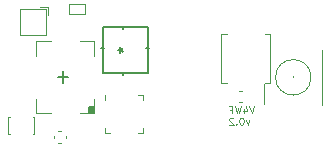
<source format=gbr>
%TF.GenerationSoftware,KiCad,Pcbnew,(7.0.0)*%
%TF.CreationDate,2023-08-10T15:11:27-07:00*%
%TF.ProjectId,Miniscope-v4-Wire-Free,4d696e69-7363-46f7-9065-2d76342d5769,rev?*%
%TF.SameCoordinates,Original*%
%TF.FileFunction,Legend,Bot*%
%TF.FilePolarity,Positive*%
%FSLAX46Y46*%
G04 Gerber Fmt 4.6, Leading zero omitted, Abs format (unit mm)*
G04 Created by KiCad (PCBNEW (7.0.0)) date 2023-08-10 15:11:27*
%MOMM*%
%LPD*%
G01*
G04 APERTURE LIST*
%ADD10C,0.120000*%
%ADD11C,0.080000*%
%ADD12C,0.150000*%
%ADD13C,0.100000*%
%ADD14C,0.152400*%
G04 APERTURE END LIST*
D10*
X106000000Y-62150000D02*
X106000000Y-66850000D01*
X105100000Y-64500000D02*
G75*
G03*
X105100000Y-64500000I-1500000J0D01*
G01*
X101104200Y-65068400D02*
X101100000Y-66800000D01*
D11*
X100285514Y-66946028D02*
X100085514Y-67546028D01*
X100085514Y-67546028D02*
X99885514Y-66946028D01*
X99428371Y-67146028D02*
X99428371Y-67546028D01*
X99571228Y-66917457D02*
X99714085Y-67346028D01*
X99714085Y-67346028D02*
X99342656Y-67346028D01*
X99171227Y-66946028D02*
X99028370Y-67546028D01*
X99028370Y-67546028D02*
X98914084Y-67117457D01*
X98914084Y-67117457D02*
X98799799Y-67546028D01*
X98799799Y-67546028D02*
X98656942Y-66946028D01*
X98228370Y-67231742D02*
X98428370Y-67231742D01*
X98428370Y-67546028D02*
X98428370Y-66946028D01*
X98428370Y-66946028D02*
X98142656Y-66946028D01*
X99876942Y-68118028D02*
X99734085Y-68518028D01*
X99734085Y-68518028D02*
X99591228Y-68118028D01*
X99248371Y-67918028D02*
X99191228Y-67918028D01*
X99191228Y-67918028D02*
X99134085Y-67946600D01*
X99134085Y-67946600D02*
X99105514Y-67975171D01*
X99105514Y-67975171D02*
X99076942Y-68032314D01*
X99076942Y-68032314D02*
X99048371Y-68146600D01*
X99048371Y-68146600D02*
X99048371Y-68289457D01*
X99048371Y-68289457D02*
X99076942Y-68403742D01*
X99076942Y-68403742D02*
X99105514Y-68460885D01*
X99105514Y-68460885D02*
X99134085Y-68489457D01*
X99134085Y-68489457D02*
X99191228Y-68518028D01*
X99191228Y-68518028D02*
X99248371Y-68518028D01*
X99248371Y-68518028D02*
X99305514Y-68489457D01*
X99305514Y-68489457D02*
X99334085Y-68460885D01*
X99334085Y-68460885D02*
X99362656Y-68403742D01*
X99362656Y-68403742D02*
X99391228Y-68289457D01*
X99391228Y-68289457D02*
X99391228Y-68146600D01*
X99391228Y-68146600D02*
X99362656Y-68032314D01*
X99362656Y-68032314D02*
X99334085Y-67975171D01*
X99334085Y-67975171D02*
X99305514Y-67946600D01*
X99305514Y-67946600D02*
X99248371Y-67918028D01*
X98791227Y-68460885D02*
X98762656Y-68489457D01*
X98762656Y-68489457D02*
X98791227Y-68518028D01*
X98791227Y-68518028D02*
X98819799Y-68489457D01*
X98819799Y-68489457D02*
X98791227Y-68460885D01*
X98791227Y-68460885D02*
X98791227Y-68518028D01*
X98534085Y-67975171D02*
X98505513Y-67946600D01*
X98505513Y-67946600D02*
X98448371Y-67918028D01*
X98448371Y-67918028D02*
X98305513Y-67918028D01*
X98305513Y-67918028D02*
X98248371Y-67946600D01*
X98248371Y-67946600D02*
X98219799Y-67975171D01*
X98219799Y-67975171D02*
X98191228Y-68032314D01*
X98191228Y-68032314D02*
X98191228Y-68089457D01*
X98191228Y-68089457D02*
X98219799Y-68175171D01*
X98219799Y-68175171D02*
X98562656Y-68518028D01*
X98562656Y-68518028D02*
X98191228Y-68518028D01*
D12*
%TO.C,U6*%
X88749580Y-62198200D02*
X88987676Y-62198200D01*
X88892438Y-61960105D02*
X88987676Y-62198200D01*
X88987676Y-62198200D02*
X88892438Y-62436295D01*
X89178152Y-62055343D02*
X88987676Y-62198200D01*
X88987676Y-62198200D02*
X89178152Y-62341057D01*
%TO.C,D1*%
X103625000Y-64500000D02*
G75*
G03*
X103625000Y-64500000I-20000J0D01*
G01*
D13*
%TO.C,C16*%
X99034000Y-65620200D02*
X99284000Y-65620200D01*
X99034000Y-66580200D02*
X99284000Y-66580200D01*
D10*
%TO.C,U8*%
X81826000Y-67559600D02*
X81826000Y-66324600D01*
X83061000Y-67559600D02*
X81826000Y-67559600D01*
X85531000Y-67559600D02*
X86766000Y-67559600D01*
X86766000Y-67559600D02*
X86766000Y-66324600D01*
D12*
X84121000Y-64989600D02*
X84121000Y-63989600D01*
X83696000Y-64489600D02*
X84496000Y-64489600D01*
D10*
X81826000Y-61419600D02*
X81826000Y-62654600D01*
X83061000Y-61419600D02*
X81826000Y-61419600D01*
X85531000Y-61419600D02*
X86766000Y-61419600D01*
X86766000Y-61419600D02*
X86766000Y-62654600D01*
G36*
X86746000Y-67539600D02*
G01*
X86296000Y-67539600D01*
X86296000Y-66989600D01*
X86746000Y-66989600D01*
X86746000Y-67539600D01*
G37*
D12*
X86746000Y-67539600D02*
X86296000Y-67539600D01*
X86296000Y-66989600D01*
X86746000Y-66989600D01*
X86746000Y-67539600D01*
D10*
%TO.C,U4*%
X80459000Y-58723300D02*
X80459000Y-60923300D01*
X80459000Y-60923300D02*
X82659000Y-60923300D01*
X82159000Y-58523300D02*
X82859000Y-58523300D01*
X82659000Y-58723300D02*
X80459000Y-58723300D01*
X82659000Y-60923300D02*
X82659000Y-58723300D01*
X82859000Y-58523300D02*
X82859000Y-59223300D01*
D13*
%TO.C,U9*%
X81648400Y-69285600D02*
X81648400Y-67885600D01*
X81648400Y-67885600D02*
X81538400Y-67885600D01*
X81538400Y-69285600D02*
X81648400Y-69285600D01*
X79598400Y-69285600D02*
X79488400Y-69285600D01*
X79488400Y-69285600D02*
X79488400Y-67885600D01*
X79488400Y-67885600D02*
X79598400Y-67885600D01*
%TO.C,U7*%
X83669600Y-69050800D02*
X83969600Y-69050800D01*
X84319600Y-69450800D02*
X84319600Y-69650800D01*
X83319600Y-69650800D02*
X83319600Y-69450800D01*
X83919600Y-70050800D02*
X83719600Y-70050800D01*
D14*
%TO.C,U6*%
X87489900Y-64141300D02*
X87489900Y-60255100D01*
X91274500Y-64141300D02*
X87489900Y-64141300D01*
X89182302Y-64014300D02*
X89182302Y-64268300D01*
X87611360Y-61998302D02*
X87362900Y-61998302D01*
X91153040Y-61998302D02*
X91401500Y-61998302D01*
X89182302Y-60382100D02*
X89182302Y-60128100D01*
X87489900Y-60255100D02*
X91274500Y-60255100D01*
X91274500Y-60255100D02*
X91274500Y-64141300D01*
D10*
%TO.C,U1*%
X90890600Y-66011100D02*
X90440600Y-66011100D01*
X90890600Y-66461100D02*
X90890600Y-66011100D01*
X87670600Y-66461100D02*
X87670600Y-66011100D01*
X90890600Y-68781100D02*
X90890600Y-69231100D01*
X87670600Y-68781100D02*
X87670600Y-69231100D01*
X90890600Y-69231100D02*
X90440600Y-69231100D01*
X87670600Y-69231100D02*
X88120600Y-69231100D01*
D13*
%TO.C,U2*%
X97485400Y-60794400D02*
X97485400Y-64954400D01*
X97485400Y-64954400D02*
X97955400Y-64954400D01*
X97955400Y-60794400D02*
X97485400Y-60794400D01*
X101175400Y-60794400D02*
X101645400Y-60794400D01*
X101645400Y-60794400D02*
X101645400Y-64954400D01*
X101645400Y-64954400D02*
X101175400Y-64954400D01*
D10*
%TO.C,Q2*%
X85940600Y-59141000D02*
X85940600Y-58261000D01*
X85940600Y-58261000D02*
X84640600Y-58261000D01*
X84640600Y-59141000D02*
X85940600Y-59141000D01*
X84640600Y-58261000D02*
X84640600Y-59141000D01*
%TD*%
M02*

</source>
